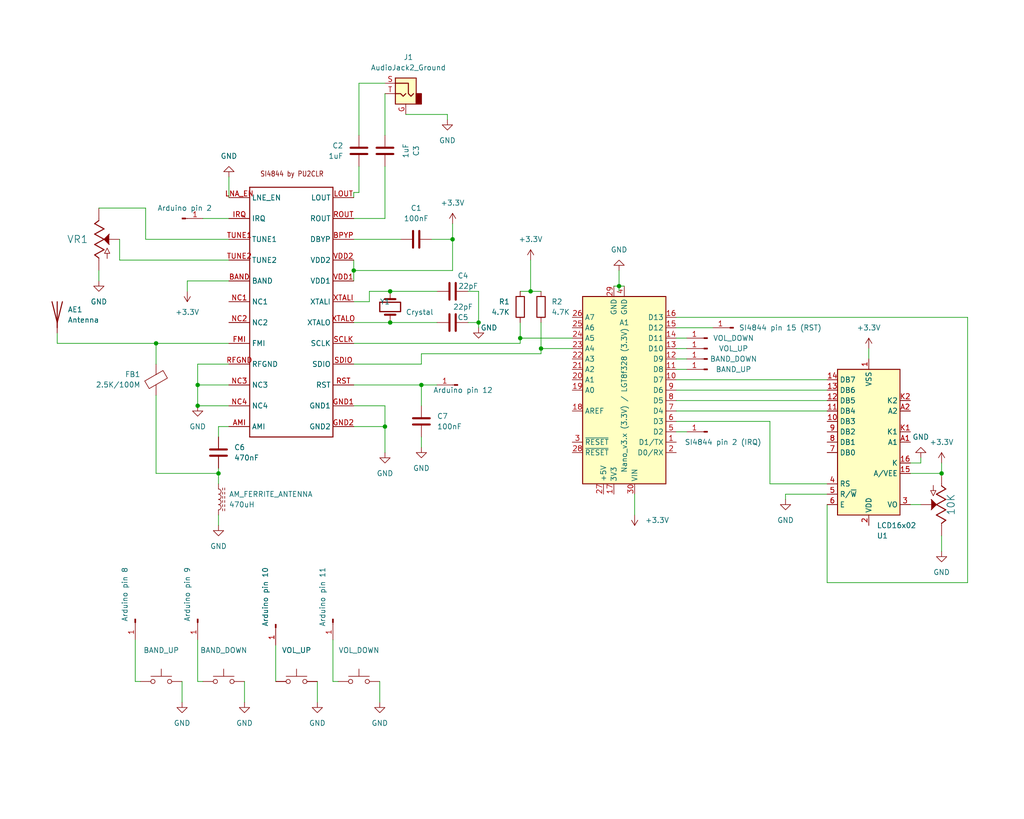
<source format=kicad_sch>
(kicad_sch (version 20230121) (generator eeschema)
  (paper "User" 250.012 200)
  (title_block (title "SI4844, LCD16x02 and Arduino Setup") (company "Ricardo Lima Caratti"))
  (lib_symbols
    (symbol "Connector:Conn_01x01_Pin" (pin_names (offset 1.016) hide)
      (property "Reference" "J" (at 0 2.54 0))
      (property "Value" "Conn_01x01_Pin" (at 0 -2.54 0))
      (symbol "Conn_01x01_Pin_1_1"
        (polyline (pts (xy 1.27 0) (xy 0.8636 0)) (stroke (width 0.1524)))
        (rectangle (start 0.8636 0.127) (end 0 -0.127) (stroke (width 0.1524)) (fill (type outline)))
        (pin passive line (at 5.08 0 180) (length 3.81) (name "Pin_1") (number "1"))
      )
    )
    (symbol "Connector_Audio:AudioJack2_Ground"
      (property "Reference" "J" (at 0 8.89 0))
      (property "Value" "AudioJack2_Ground" (at 0 6.35 0))
      (symbol "AudioJack2_Ground_0_1"
        (rectangle (start -2.54 -2.54) (end -3.81 0) (stroke (width 0.254)) (fill (type outline)))
        (polyline (pts (xy 0 0) (xy 0.635 -0.635) (xy 1.27 0) (xy 2.54 0)) (stroke (width 0.254)))
        (polyline (pts (xy 2.54 2.54) (xy -0.635 2.54) (xy -0.635 0) (xy -1.27 -0.635) (xy -1.905 0)) (stroke (width 0.254)))
        (rectangle (start 2.54 3.81) (end -2.54 -2.54) (stroke (width 0.254)) (fill (type background)))
      )
      (symbol "AudioJack2_Ground_1_1"
        (pin passive line (at 0 -5.08 90) (length 2.54) (name "~") (number "G"))
        (pin passive line (at 5.08 2.54 180) (length 2.54) (name "~") (number "S"))
        (pin passive line (at 5.08 0 180) (length 2.54) (name "~") (number "T"))
      )
    )
    (symbol "Device:Antenna" (pin_numbers hide) (pin_names (offset 1.016) hide)
      (property "Reference" "AE" (at -1.905 1.905 0))
      (property "Value" "Antenna" (at -1.905 0 0))
      (symbol "Antenna_0_1"
        (polyline (pts (xy 0 2.54) (xy 0 -3.81)) (stroke (width 0.254)))
        (polyline (pts (xy 1.27 2.54) (xy 0 -2.54) (xy -1.27 2.54)) (stroke (width 0.254)))
      )
      (symbol "Antenna_1_1"
        (pin input line (at 0 -5.08 90) (length 2.54) (name "A") (number "1"))
      )
    )
    (symbol "Device:C" (pin_numbers hide) (pin_names (offset 0.254))
      (property "Reference" "C" (at 0.635 2.54 0))
      (property "Value" "C" (at 0.635 -2.54 0))
      (symbol "C_0_1"
        (polyline (pts (xy -2.032 -0.762) (xy 2.032 -0.762)) (stroke (width 0.508)))
        (polyline (pts (xy -2.032 0.762) (xy 2.032 0.762)) (stroke (width 0.508)))
      )
      (symbol "C_1_1"
        (pin passive line (at 0 3.81 270) (length 2.794) (name "~") (number "1"))
        (pin passive line (at 0 -3.81 90) (length 2.794) (name "~") (number "2"))
      )
    )
    (symbol "Device:Crystal" (pin_numbers hide) (pin_names (offset 1.016) hide)
      (property "Reference" "Y" (at 0 3.81 0))
      (property "Value" "Crystal" (at 0 -3.81 0))
      (symbol "Crystal_0_1"
        (rectangle (start -1.143 2.54) (end 1.143 -2.54) (stroke (width 0.3048)))
        (polyline (pts (xy -2.54 0) (xy -1.905 0)))
        (polyline (pts (xy -1.905 -1.27) (xy -1.905 1.27)) (stroke (width 0.508)))
        (polyline (pts (xy 1.905 -1.27) (xy 1.905 1.27)) (stroke (width 0.508)))
        (polyline (pts (xy 2.54 0) (xy 1.905 0)))
      )
      (symbol "Crystal_1_1"
        (pin passive line (at -3.81 0 0) (length 1.27) (name "1") (number "1"))
        (pin passive line (at 3.81 0 180) (length 1.27) (name "2") (number "2"))
      )
    )
    (symbol "Device:FerriteBead" (pin_numbers hide) (pin_names (offset 0))
      (property "Reference" "FB" (at -3.81 0.635 90))
      (property "Value" "FerriteBead" (at 3.81 0 90))
      (symbol "FerriteBead_0_1"
        (polyline (pts (xy 0 -1.27) (xy 0 -1.2192)))
        (polyline (pts (xy 0 1.27) (xy 0 1.2954)))
        (polyline (pts (xy -2.7686 0.4064) (xy -1.7018 2.2606) (xy 2.7686 -0.3048) (xy 1.6764 -2.159) (xy -2.7686 0.4064)))
      )
      (symbol "FerriteBead_1_1"
        (pin passive line (at 0 3.81 270) (length 2.54) (name "~") (number "1"))
        (pin passive line (at 0 -3.81 90) (length 2.54) (name "~") (number "2"))
      )
    )
    (symbol "Device:L_Ferrite" (pin_numbers hide) (pin_names (offset 1.016) hide)
      (property "Reference" "L" (at -1.27 0 90))
      (property "Value" "L_Ferrite" (at 2.794 0 90))
      (symbol "L_Ferrite_0_1"
        (arc (start 0 -2.54) (mid 0.6323 -1.905) (end 0 -1.27))
        (arc (start 0 -1.27) (mid 0.6323 -0.635) (end 0 0))
        (polyline (pts (xy 1.016 -2.794) (xy 1.016 -2.286)))
        (polyline (pts (xy 1.016 -1.778) (xy 1.016 -1.27)))
        (polyline (pts (xy 1.016 -0.762) (xy 1.016 -0.254)))
        (polyline (pts (xy 1.016 0.254) (xy 1.016 0.762)))
        (polyline (pts (xy 1.016 1.27) (xy 1.016 1.778)))
        (polyline (pts (xy 1.016 2.286) (xy 1.016 2.794)))
        (polyline (pts (xy 1.524 -2.286) (xy 1.524 -2.794)))
        (polyline (pts (xy 1.524 -1.27) (xy 1.524 -1.778)))
        (polyline (pts (xy 1.524 -0.254) (xy 1.524 -0.762)))
        (polyline (pts (xy 1.524 0.762) (xy 1.524 0.254)))
        (polyline (pts (xy 1.524 1.778) (xy 1.524 1.27)))
        (polyline (pts (xy 1.524 2.794) (xy 1.524 2.286)))
        (arc (start 0 0) (mid 0.6323 0.635) (end 0 1.27))
        (arc (start 0 1.27) (mid 0.6323 1.905) (end 0 2.54))
      )
      (symbol "L_Ferrite_1_1"
        (pin passive line (at 0 3.81 270) (length 1.27) (name "1") (number "1"))
        (pin passive line (at 0 -3.81 90) (length 1.27) (name "2") (number "2"))
      )
    )
    (symbol "Device:R" (pin_numbers hide) (pin_names (offset 0))
      (property "Reference" "R" (at 2.032 0 90))
      (property "Value" "R" (at 0 0 90))
      (symbol "R_0_1"
        (rectangle (start -1.016 -2.54) (end 1.016 2.54) (stroke (width 0.254)))
      )
      (symbol "R_1_1"
        (pin passive line (at 0 3.81 270) (length 1.27) (name "~") (number "1"))
        (pin passive line (at 0 -3.81 90) (length 1.27) (name "~") (number "2"))
      )
    )
    (symbol "Display_Character:LCD-016N002L"
      (property "Reference" "U" (at -6.35 18.796 0))
      (property "Value" "LCD-016N002L" (at 8.636 18.796 0))
      (symbol "LCD-016N002L_1_1"
        (rectangle (start -7.62 17.78) (end 7.62 -17.78) (stroke (width 0.254)) (fill (type background)))
        (pin power_in line (at 0 -20.32 90) (length 2.54) (name "VSS") (number "1"))
        (pin bidirectional line (at -10.16 -5.08 0) (length 2.54) (name "DB3") (number "10"))
        (pin bidirectional line (at -10.16 -7.62 0) (length 2.54) (name "DB4") (number "11"))
        (pin bidirectional line (at -10.16 -10.16 0) (length 2.54) (name "DB5") (number "12"))
        (pin bidirectional line (at -10.16 -12.7 0) (length 2.54) (name "DB6") (number "13"))
        (pin bidirectional line (at -10.16 -15.24 0) (length 2.54) (name "DB7") (number "14"))
        (pin power_in line (at 10.16 7.62 180) (length 2.54) (name "A/VEE") (number "15"))
        (pin power_in line (at 10.16 5.08 180) (length 2.54) (name "K") (number "16"))
        (pin power_in line (at 0 20.32 270) (length 2.54) (name "VDD") (number "2"))
        (pin input line (at 10.16 15.24 180) (length 2.54) (name "VO") (number "3"))
        (pin input line (at -10.16 10.16 0) (length 2.54) (name "RS") (number "4"))
        (pin input line (at -10.16 12.7 0) (length 2.54) (name "R/~{W}") (number "5"))
        (pin input line (at -10.16 15.24 0) (length 2.54) (name "E") (number "6"))
        (pin bidirectional line (at -10.16 2.54 0) (length 2.54) (name "DB0") (number "7"))
        (pin bidirectional line (at -10.16 0 0) (length 2.54) (name "DB1") (number "8"))
        (pin bidirectional line (at -10.16 -2.54 0) (length 2.54) (name "DB2") (number "9"))
        (pin power_in line (at 10.16 0 180) (length 2.54) (name "A1") (number "A1"))
        (pin power_in line (at 10.16 -7.62 180) (length 2.54) (name "A2") (number "A2"))
        (pin power_in line (at 10.16 -2.54 180) (length 2.54) (name "K1") (number "K1"))
        (pin power_in line (at 10.16 -10.16 180) (length 2.54) (name "K2") (number "K2"))
      )
    )
    (symbol "MCU_Module:Arduino_Nano_v3.x"
      (property "Reference" "A" (at -10.16 23.495 0))
      (property "Value" "Arduino_Nano_v3.x" (at 5.08 -24.13 0))
      (symbol "Arduino_Nano_v3.x_0_1"
        (rectangle (start -10.16 22.86) (end 10.16 -22.86) (stroke (width 0.254)) (fill (type background)))
      )
      (symbol "Arduino_Nano_v3.x_1_1"
        (pin bidirectional line (at -12.7 12.7 0) (length 2.54) (name "D1/TX") (number "1"))
        (pin bidirectional line (at -12.7 -2.54 0) (length 2.54) (name "D7") (number "10"))
        (pin bidirectional line (at -12.7 -5.08 0) (length 2.54) (name "D8") (number "11"))
        (pin bidirectional line (at -12.7 -7.62 0) (length 2.54) (name "D9") (number "12"))
        (pin bidirectional line (at -12.7 -10.16 0) (length 2.54) (name "D10") (number "13"))
        (pin bidirectional line (at -12.7 -12.7 0) (length 2.54) (name "D11") (number "14"))
        (pin bidirectional line (at -12.7 -15.24 0) (length 2.54) (name "D12") (number "15"))
        (pin bidirectional line (at -12.7 -17.78 0) (length 2.54) (name "D13") (number "16"))
        (pin power_out line (at 2.54 25.4 270) (length 2.54) (name "3V3") (number "17"))
        (pin input line (at 12.7 5.08 180) (length 2.54) (name "AREF") (number "18"))
        (pin bidirectional line (at 12.7 0 180) (length 2.54) (name "A0") (number "19"))
        (pin bidirectional line (at -12.7 15.24 0) (length 2.54) (name "D0/RX") (number "2"))
        (pin bidirectional line (at 12.7 -2.54 180) (length 2.54) (name "A1") (number "20"))
        (pin bidirectional line (at 12.7 -5.08 180) (length 2.54) (name "A2") (number "21"))
        (pin bidirectional line (at 12.7 -7.62 180) (length 2.54) (name "A3") (number "22"))
        (pin bidirectional line (at 12.7 -10.16 180) (length 2.54) (name "A4") (number "23"))
        (pin bidirectional line (at 12.7 -12.7 180) (length 2.54) (name "A5") (number "24"))
        (pin bidirectional line (at 12.7 -15.24 180) (length 2.54) (name "A6") (number "25"))
        (pin bidirectional line (at 12.7 -17.78 180) (length 2.54) (name "A7") (number "26"))
        (pin power_out line (at 5.08 25.4 270) (length 2.54) (name "+5V") (number "27"))
        (pin input line (at 12.7 15.24 180) (length 2.54) (name "~{RESET}") (number "28"))
        (pin power_in line (at 2.54 -25.4 90) (length 2.54) (name "GND") (number "29"))
        (pin input line (at 12.7 12.7 180) (length 2.54) (name "~{RESET}") (number "3"))
        (pin power_in line (at -2.54 25.4 270) (length 2.54) (name "VIN") (number "30"))
        (pin power_in line (at 0 -25.4 90) (length 2.54) (name "GND") (number "4"))
        (pin bidirectional line (at -12.7 10.16 0) (length 2.54) (name "D2") (number "5"))
        (pin bidirectional line (at -12.7 7.62 0) (length 2.54) (name "D3") (number "6"))
        (pin bidirectional line (at -12.7 5.08 0) (length 2.54) (name "D4") (number "7"))
        (pin bidirectional line (at -12.7 2.54 0) (length 2.54) (name "D5") (number "8"))
        (pin bidirectional line (at -12.7 0 0) (length 2.54) (name "D6") (number "9"))
      )
    )
    (symbol "SI4844:POTENTIOMETER-PTH-9MM-1/20W-20%"
      (property "Reference" "VR" (at 3.048 -0.254 90))
      (symbol "POTENTIOMETER-PTH-9MM-1/20W-20%_1_0"
        (polyline (pts (xy -1.016 -3.81) (xy 1.27 -2.54)) (stroke (width 0.254)))
        (polyline (pts (xy -1.016 -1.27) (xy 1.27 0)) (stroke (width 0.254)))
        (polyline (pts (xy -1.016 1.27) (xy 1.27 2.54)) (stroke (width 0.254)))
        (polyline (pts (xy -1.016 3.81) (xy 0 4.572)) (stroke (width 0.254)))
        (polyline (pts (xy 0 -5.08) (xy 0 -4.572)) (stroke (width 0.1524)))
        (polyline (pts (xy 0 -4.572) (xy -1.016 -3.81)) (stroke (width 0.254)))
        (polyline (pts (xy 0 4.572) (xy 0 5.08)) (stroke (width 0.1524)))
        (polyline (pts (xy 1.27 -2.54) (xy -1.016 -1.27)) (stroke (width 0.254)))
        (polyline (pts (xy 1.27 0) (xy -1.016 1.27)) (stroke (width 0.254)))
        (polyline (pts (xy 1.27 2.54) (xy -1.016 3.81)) (stroke (width 0.254)))
        (polyline (pts (xy 1.397 -3.429) (xy 2.032 -2.159)) (stroke (width 0.1524)))
        (polyline (pts (xy 2.032 -4.699) (xy 2.032 -3.429)) (stroke (width 0.1524)))
        (polyline (pts (xy 2.032 -3.429) (xy 1.397 -3.429)) (stroke (width 0.1524)))
        (polyline (pts (xy 2.032 -2.159) (xy 2.667 -3.429)) (stroke (width 0.1524)))
        (polyline (pts (xy 2.667 -3.429) (xy 2.032 -3.429)) (stroke (width 0.1524)))
        (polyline (pts (xy 2.54 -1.27) (xy 1.27 0) (xy 2.54 1.27)) (stroke (width 0.2032)) (fill (type outline)))
        (pin passive line (at 0 7.62 270) (length 2.54) (name "E") (number "P$1"))
        (pin passive line (at 5.08 0 180) (length 2.54) (name "S") (number "P$2"))
        (pin passive line (at 0 -7.62 90) (length 2.54) (name "A") (number "P$3"))
      )
    )
    (symbol "SI4844:SI4844"
      (symbol "SI4844_1_0"
        (polyline (pts (xy -17.78 -30.48) (xy 2.54 -30.48)) (stroke (width 0.254)))
        (polyline (pts (xy -17.78 30.48) (xy -17.78 -30.48)) (stroke (width 0.254)))
        (polyline (pts (xy 2.54 -30.48) (xy 2.54 30.48)) (stroke (width 0.254)))
        (polyline (pts (xy 2.54 30.48) (xy -17.78 30.48)) (stroke (width 0.254)))
        (text "SI4844 by PU2CLR" (at -15.24 33.02 0) (effects (font (size 1.27 1.0795)) (justify left bottom)))
        (pin bidirectional line (at -22.86 -27.94 0) (length 5.08) (name "AMI") (number "AMI"))
        (pin bidirectional line (at -22.86 7.62 0) (length 5.08) (name "BAND") (number "BAND"))
        (pin bidirectional line (at 7.62 17.78 180) (length 5.08) (name "DBYP") (number "BPYP"))
        (pin bidirectional line (at -22.86 -7.62 0) (length 5.08) (name "FMI") (number "FMI"))
        (pin bidirectional line (at 7.62 -22.86 180) (length 5.08) (name "GND1") (number "GND1"))
        (pin bidirectional line (at 7.62 -27.94 180) (length 5.08) (name "GND2") (number "GND2"))
        (pin bidirectional line (at -22.86 22.86 0) (length 5.08) (name "IRQ") (number "IRQ"))
        (pin bidirectional line (at -22.86 27.94 0) (length 5.08) (name "LNE_EN") (number "LNA_EN"))
        (pin bidirectional line (at 7.62 27.94 180) (length 5.08) (name "LOUT") (number "LOUT"))
        (pin bidirectional line (at -22.86 2.54 0) (length 5.08) (name "NC1") (number "NC1"))
        (pin bidirectional line (at -22.86 -2.54 0) (length 5.08) (name "NC2") (number "NC2"))
        (pin bidirectional line (at -22.86 -17.78 0) (length 5.08) (name "NC3") (number "NC3"))
        (pin bidirectional line (at -22.86 -22.86 0) (length 5.08) (name "NC4") (number "NC4"))
        (pin bidirectional line (at -22.86 -12.7 0) (length 5.08) (name "RFGND") (number "RFGND"))
        (pin bidirectional line (at 7.62 22.86 180) (length 5.08) (name "ROUT") (number "ROUT"))
        (pin bidirectional line (at 7.62 -17.78 180) (length 5.08) (name "RST") (number "RST"))
        (pin bidirectional line (at 7.62 -7.62 180) (length 5.08) (name "SCLK") (number "SCLK"))
        (pin bidirectional line (at 7.62 -12.7 180) (length 5.08) (name "SDIO") (number "SDIO"))
        (pin bidirectional line (at -22.86 17.78 0) (length 5.08) (name "TUNE1") (number "TUNE1"))
        (pin bidirectional line (at -22.86 12.7 0) (length 5.08) (name "TUNE2") (number "TUNE2"))
        (pin bidirectional line (at 7.62 7.62 180) (length 5.08) (name "VDD1") (number "VDD1"))
        (pin bidirectional line (at 7.62 12.7 180) (length 5.08) (name "VDD2") (number "VDD2"))
        (pin bidirectional line (at 7.62 2.54 180) (length 5.08) (name "XTALI") (number "XTALI"))
        (pin bidirectional line (at 7.62 -2.54 180) (length 5.08) (name "XTALO") (number "XTALO"))
      )
    )
    (symbol "Switch:SW_Push" (pin_numbers hide) (pin_names (offset 1.016) hide)
      (property "Reference" "SW" (at 1.27 2.54 0))
      (property "Value" "SW_Push" (at 0 -1.524 0))
      (symbol "SW_Push_0_1"
        (circle (center -2.032 0) (radius 0.508))
        (polyline (pts (xy 0 1.27) (xy 0 3.048)))
        (polyline (pts (xy 2.54 1.27) (xy -2.54 1.27)))
        (circle (center 2.032 0) (radius 0.508))
        (pin passive line (at -5.08 0 0) (length 2.54) (name "1") (number "1"))
        (pin passive line (at 5.08 0 180) (length 2.54) (name "2") (number "2"))
      )
    )
    (symbol "power:+3.3V" (power) (pin_names (offset 0))
      (property "Value" "+3.3V" (at 0 3.556 0))
      (symbol "+3.3V_0_1"
        (polyline (pts (xy -0.762 1.27) (xy 0 2.54)))
        (polyline (pts (xy 0 0) (xy 0 2.54)))
        (polyline (pts (xy 0 2.54) (xy 0.762 1.27)))
      )
      (symbol "+3.3V_1_1"
        (pin power_in line (at 0 0 90) (length 0) hide (name "+3.3V") (number "1"))
      )
    )
    (symbol "power:GND" (power) (pin_names (offset 0))
      (property "Value" "GND" (at 0 -3.81 0))
      (symbol "GND_0_1"
        (polyline (pts (xy 0 0) (xy 0 -1.27) (xy 1.27 -1.27) (xy 0 -2.54) (xy -1.27 -1.27) (xy 0 -1.27)))
      )
      (symbol "GND_1_1"
        (pin power_in line (at 0 0 270) (length 0) hide (name "GND") (number "1"))
      )
    )
  )
  (junction (at 151.13 69.85))
  (junction (at 132.08 85.09))
  (junction (at 116.84 78.74))
  (junction (at 127 82.55))
  (junction (at 102.87 93.98))
  (junction (at 129.54 71.12))
  (junction (at 93.98 104.14))
  (junction (at 48.26 93.98))
  (junction (at 86.36 66.04))
  (junction (at 95.25 78.74))
  (junction (at 53.34 115.57))
  (junction (at 48.26 99.06))
  (junction (at 95.25 71.12))
  (junction (at 38.1 83.82))
  (junction (at 229.87 115.57))
  (junction (at 110.49 58.42))
  (wire (pts (xy 102.87 106.68) (xy 102.87 109.22)))
  (wire (pts (xy 13.97 83.82) (xy 38.1 83.82)))
  (wire (pts (xy 86.36 66.04) (xy 110.49 66.04)))
  (wire (pts (xy 86.36 99.06) (xy 93.98 99.06)))
  (wire (pts (xy 201.93 142.24) (xy 201.93 123.19)))
  (wire (pts (xy 222.25 123.19) (xy 224.79 123.19)))
  (wire (pts (xy 165.1 90.17) (xy 167.64 90.17)))
  (wire (pts (xy 229.87 130.81) (xy 229.87 134.62)))
  (wire (pts (xy 48.26 166.37) (xy 48.26 156.21)))
  (wire (pts (xy 127 71.12) (xy 129.54 71.12)))
  (wire (pts (xy 86.36 53.34) (xy 93.98 53.34)))
  (wire (pts (xy 116.84 71.12) (xy 116.84 78.74)))
  (wire (pts (xy 229.87 113.03) (xy 229.87 115.57)))
  (wire (pts (xy 44.45 166.37) (xy 44.45 171.45)))
  (wire (pts (xy 48.26 99.06) (xy 55.88 99.06)))
  (wire (pts (xy 165.1 82.55) (xy 167.64 82.55)))
  (wire (pts (xy 236.22 142.24) (xy 201.93 142.24)))
  (wire (pts (xy 86.36 58.42) (xy 97.79 58.42)))
  (wire (pts (xy 86.36 78.74) (xy 95.25 78.74)))
  (wire (pts (xy 99.06 27.94) (xy 109.22 27.94)))
  (wire (pts (xy 132.08 78.74) (xy 132.08 85.09)))
  (wire (pts (xy 55.88 43.18) (xy 55.88 48.26)))
  (wire (pts (xy 187.96 118.11) (xy 201.93 118.11)))
  (wire (pts (xy 127 78.74) (xy 127 82.55)))
  (wire (pts (xy 114.3 78.74) (xy 116.84 78.74)))
  (wire (pts (xy 212.09 85.09) (xy 212.09 87.63)))
  (wire (pts (xy 86.36 63.5) (xy 86.36 66.04)))
  (wire (pts (xy 110.49 54.61) (xy 110.49 58.42)))
  (wire (pts (xy 222.25 115.57) (xy 229.87 115.57)))
  (wire (pts (xy 55.88 68.58) (xy 45.72 68.58)))
  (wire (pts (xy 86.36 83.82) (xy 127 83.82)))
  (wire (pts (xy 48.26 93.98) (xy 48.26 99.06)))
  (wire (pts (xy 165.1 105.41) (xy 167.64 105.41)))
  (wire (pts (xy 45.72 68.58) (xy 45.72 71.12)))
  (wire (pts (xy 93.98 104.14) (xy 93.98 110.49)))
  (wire (pts (xy 151.13 69.85) (xy 152.4 69.85)))
  (wire (pts (xy 90.17 71.12) (xy 95.25 71.12)))
  (wire (pts (xy 102.87 86.36) (xy 132.08 86.36)))
  (wire (pts (xy 165.1 102.87) (xy 187.96 102.87)))
  (wire (pts (xy 87.63 20.32) (xy 93.98 20.32)))
  (wire (pts (xy 86.36 93.98) (xy 102.87 93.98)))
  (wire (pts (xy 93.98 22.86) (xy 93.98 33.02)))
  (wire (pts (xy 24.13 50.8) (xy 35.56 50.8)))
  (wire (pts (xy 151.13 66.04) (xy 151.13 69.85)))
  (wire (pts (xy 132.08 85.09) (xy 132.08 86.36)))
  (wire (pts (xy 165.1 87.63) (xy 167.64 87.63)))
  (wire (pts (xy 86.36 104.14) (xy 93.98 104.14)))
  (wire (pts (xy 129.54 71.12) (xy 132.08 71.12)))
  (wire (pts (xy 224.79 111.76) (xy 224.79 113.03)))
  (wire (pts (xy 165.1 97.79) (xy 201.93 97.79)))
  (wire (pts (xy 38.1 83.82) (xy 55.88 83.82)))
  (wire (pts (xy 165.1 95.25) (xy 201.93 95.25)))
  (wire (pts (xy 29.21 58.42) (xy 29.21 63.5)))
  (wire (pts (xy 92.71 166.37) (xy 92.71 171.45)))
  (wire (pts (xy 102.87 93.98) (xy 102.87 99.06)))
  (wire (pts (xy 49.53 53.34) (xy 55.88 53.34)))
  (wire (pts (xy 222.25 113.03) (xy 224.79 113.03)))
  (wire (pts (xy 93.98 40.64) (xy 93.98 53.34)))
  (wire (pts (xy 86.36 48.26) (xy 86.36 46.99)))
  (wire (pts (xy 38.1 96.52) (xy 38.1 115.57)))
  (wire (pts (xy 109.22 27.94) (xy 109.22 29.21)))
  (wire (pts (xy 110.49 58.42) (xy 110.49 66.04)))
  (wire (pts (xy 114.3 71.12) (xy 116.84 71.12)))
  (wire (pts (xy 48.26 88.9) (xy 48.26 93.98)))
  (wire (pts (xy 86.36 66.04) (xy 86.36 68.58)))
  (wire (pts (xy 35.56 58.42) (xy 55.88 58.42)))
  (wire (pts (xy 165.1 80.01) (xy 173.99 80.01)))
  (wire (pts (xy 165.1 85.09) (xy 167.64 85.09)))
  (wire (pts (xy 90.17 73.66) (xy 90.17 71.12)))
  (wire (pts (xy 38.1 115.57) (xy 53.34 115.57)))
  (wire (pts (xy 87.63 46.99) (xy 87.63 40.64)))
  (wire (pts (xy 236.22 77.47) (xy 236.22 142.24)))
  (wire (pts (xy 82.55 166.37) (xy 81.28 166.37)))
  (wire (pts (xy 132.08 85.09) (xy 139.7 85.09)))
  (wire (pts (xy 86.36 73.66) (xy 90.17 73.66)))
  (wire (pts (xy 77.47 166.37) (xy 77.47 171.45)))
  (wire (pts (xy 86.36 88.9) (xy 102.87 88.9)))
  (wire (pts (xy 191.77 120.65) (xy 191.77 121.92)))
  (wire (pts (xy 34.29 166.37) (xy 33.02 166.37)))
  (wire (pts (xy 86.36 46.99) (xy 87.63 46.99)))
  (wire (pts (xy 29.21 63.5) (xy 55.88 63.5)))
  (wire (pts (xy 116.84 78.74) (xy 116.84 80.01)))
  (wire (pts (xy 149.86 69.85) (xy 151.13 69.85)))
  (wire (pts (xy 102.87 88.9) (xy 102.87 86.36)))
  (wire (pts (xy 53.34 114.3) (xy 53.34 115.57)))
  (wire (pts (xy 129.54 63.5) (xy 129.54 71.12)))
  (wire (pts (xy 59.69 166.37) (xy 59.69 171.45)))
  (wire (pts (xy 127 82.55) (xy 127 83.82)))
  (wire (pts (xy 33.02 166.37) (xy 33.02 156.21)))
  (wire (pts (xy 53.34 104.14) (xy 53.34 106.68)))
  (wire (pts (xy 55.88 104.14) (xy 53.34 104.14)))
  (wire (pts (xy 35.56 50.8) (xy 35.56 58.42)))
  (wire (pts (xy 165.1 100.33) (xy 201.93 100.33)))
  (wire (pts (xy 24.13 66.04) (xy 24.13 68.58)))
  (wire (pts (xy 81.28 166.37) (xy 81.28 156.21)))
  (wire (pts (xy 95.25 78.74) (xy 106.68 78.74)))
  (wire (pts (xy 38.1 88.9) (xy 38.1 83.82)))
  (wire (pts (xy 187.96 102.87) (xy 187.96 118.11)))
  (wire (pts (xy 87.63 33.02) (xy 87.63 20.32)))
  (wire (pts (xy 165.1 92.71) (xy 201.93 92.71)))
  (wire (pts (xy 53.34 125.73) (xy 53.34 128.27)))
  (wire (pts (xy 154.94 120.65) (xy 154.94 125.73)))
  (wire (pts (xy 13.97 81.28) (xy 13.97 83.82)))
  (wire (pts (xy 95.25 71.12) (xy 106.68 71.12)))
  (wire (pts (xy 201.93 120.65) (xy 191.77 120.65)))
  (wire (pts (xy 105.41 58.42) (xy 110.49 58.42)))
  (wire (pts (xy 127 82.55) (xy 139.7 82.55)))
  (wire (pts (xy 53.34 115.57) (xy 53.34 118.11)))
  (wire (pts (xy 93.98 99.06) (xy 93.98 104.14)))
  (wire (pts (xy 49.53 166.37) (xy 48.26 166.37)))
  (wire (pts (xy 165.1 77.47) (xy 236.22 77.47)))
  (wire (pts (xy 55.88 88.9) (xy 48.26 88.9)))
  (wire (pts (xy 55.88 93.98) (xy 48.26 93.98)))
  (wire (pts (xy 67.31 157.48) (xy 67.31 166.37)))
  (wire (pts (xy 102.87 93.98) (xy 106.68 93.98)))
  (wire (pts (xy 151.13 69.85) (xy 151.13 71.12)))
  (symbol (lib_id "power:+3.3V") (at 154.94 125.73 180) (unit 1)
    (property "Reference" "#PWR013" (effects hide))
    (property "Value" "+3.3V" (at 157.48 127 0) (effects (justify right)))
  )
  (symbol (lib_id "Device:C") (at 93.98 36.83 0) (mirror y) (unit 1)
    (property "Reference" "C3" (at 101.6 36.83 90))
    (property "Value" "1uF" (at 99.06 36.83 90))
  )
  (symbol (lib_id "SI4844:POTENTIOMETER-PTH-9MM-1/20W-20%") (at 229.87 123.19 180) (unit 1)
    (property "Reference" "VR2" (effects hide))
    (property "Value" "10K" (at 231.14 123.19 90) (effects (font (size 1.778 1.778)) (justify bottom)))
    (property "Footprint" "SI4844_01:POT-PTH-ALPS" (effects hide))
  )
  (symbol (lib_id "Connector:Conn_01x01_Pin") (at 81.28 151.13 270) (unit 1)
    (property "Reference" "J13" (effects hide))
    (property "Value" "Arduino pin 11" (at 78.74 138.43 0) (effects (justify left)))
  )
  (symbol (lib_id "SI4844:POTENTIOMETER-PTH-9MM-1/20W-20%") (at 24.13 58.42 0) (unit 1)
    (property "Reference" "VR1" (at 21.59 58.42 0) (effects (font (size 1.778 1.778)) (justify right)))
    (property "Footprint" "SI4844_01:POT-PTH-ALPS" (effects hide))
  )
  (symbol (lib_id "Switch:SW_Push") (at 72.39 166.37 0) (unit 1)
    (property "Reference" "VOL_UP" (at 72.39 158.75 0))
  )
  (symbol (lib_id "power:GND") (at 102.87 109.22 0) (unit 1)
    (property "Reference" "#PWR011" (effects hide))
    (property "Value" "GND" (at 102.87 114.3 0))
  )
  (symbol (lib_id "power:GND") (at 109.22 29.21 0) (unit 1)
    (property "Reference" "#PWR05" (effects hide))
    (property "Value" "GND" (at 109.22 34.29 0))
  )
  (symbol (lib_id "Connector_Audio:AudioJack2_Ground") (at 99.06 22.86 0) (mirror y) (unit 1)
    (property "Reference" "J1" (at 99.695 13.97 0))
    (property "Value" "AudioJack2_Ground" (at 99.695 16.51 0))
  )
  (symbol (lib_id "Device:C") (at 110.49 71.12 270) (unit 1)
    (property "Reference" "C4" (at 113.03 67.31 90))
    (property "Value" "22pF" (at 114.3 69.85 90))
  )
  (symbol (lib_id "Device:FerriteBead") (at 38.1 92.71 0) (mirror y) (unit 1)
    (property "Reference" "FB1" (at 34.29 91.3892 0) (effects (justify left)))
    (property "Value" "2.5K/100M" (at 34.29 93.9292 0) (effects (justify left)))
  )
  (symbol (lib_id "power:GND") (at 151.13 66.04 180) (unit 1)
    (property "Reference" "#PWR04" (effects hide))
    (property "Value" "GND" (at 151.13 60.96 0))
  )
  (symbol (lib_id "power:GND") (at 59.69 171.45 0) (unit 1)
    (property "Reference" "#PWR020" (effects hide))
    (property "Value" "GND" (at 59.69 176.53 0))
  )
  (symbol (lib_id "power:GND") (at 24.13 68.58 0) (unit 1)
    (property "Reference" "#PWR010" (effects hide))
    (property "Value" "GND" (at 24.13 73.66 0))
  )
  (symbol (lib_id "power:GND") (at 224.79 111.76 180) (unit 1)
    (property "Reference" "#PWR018" (effects hide))
    (property "Value" "GND" (at 224.79 106.68 0))
  )
  (symbol (lib_id "MCU_Module:Arduino_Nano_v3.x") (at 152.4 95.25 180) (unit 1)
    (property "Reference" "A1" (at 153.67 78.74 0) (effects (justify left)))
    (property "Value" "Nano_v3.x (3.3V) / LGT8f328 (3.3V)" (at 152.4 80.01 90) (effects (justify left)))
    (property "Footprint" "Module:Arduino_Nano" (effects hide))
    (property "Datasheet" "http://www.mouser.com/pdfdocs/Gravitech_Arduino_Nano3_0.pdf" (effects hide))
  )
  (symbol (lib_id "Device:L_Ferrite") (at 53.34 121.92 0) (unit 1)
    (property "Reference" "AM_FERRITE_ANTENNA" (at 55.88 120.65 0) (effects (justify left)))
    (property "Value" "470uH" (at 55.88 123.19 0) (effects (justify left)))
  )
  (symbol (lib_id "Switch:SW_Push") (at 87.63 166.37 0) (unit 1)
    (property "Reference" "VOL_DOWN" (at 87.63 158.75 0))
  )
  (symbol (lib_id "Device:C") (at 87.63 36.83 0) (mirror y) (unit 1)
    (property "Reference" "C2" (at 83.82 35.56 0) (effects (justify left)))
    (property "Value" "1uF" (at 83.82 38.1 0) (effects (justify left)))
  )
  (symbol (lib_id "SI4844:SI4844") (at 78.74 76.2 0) (unit 1)
    (property "Reference" "SI1" (effects hide))
    (property "Footprint" "SI4844_01:SSOP24" (effects hide))
  )
  (symbol (lib_id "Device:R") (at 132.08 74.93 0) (unit 1)
    (property "Reference" "R2" (at 134.62 73.66 0) (effects (justify left)))
    (property "Value" "4.7K" (at 134.62 76.2 0) (effects (justify left)))
  )
  (symbol (lib_id "power:GND") (at 55.88 43.18 180) (unit 1)
    (property "Reference" "#PWR08" (effects hide))
    (property "Value" "GND" (at 55.88 38.1 0))
  )
  (symbol (lib_id "power:+3.3V") (at 110.49 54.61 0) (unit 1)
    (property "Reference" "#PWR01" (effects hide))
    (property "Value" "+3.3V" (at 110.49 49.53 0))
  )
  (symbol (lib_id "Connector:Conn_01x01_Pin") (at 172.72 82.55 180) (unit 1)
    (property "Reference" "J9" (effects hide))
    (property "Value" "VOL_DOWN" (at 179.07 82.55 0))
  )
  (symbol (lib_id "power:GND") (at 116.84 80.01 0) (unit 1)
    (property "Reference" "#PWR02" (effects hide))
    (property "Value" "GND" (at 119.38 80.01 0))
  )
  (symbol (lib_id "Connector:Conn_01x01_Pin") (at 111.76 93.98 180) (unit 1)
    (property "Reference" "J4" (effects hide))
    (property "Value" "Arduino pin 12" (at 113.03 95.25 0))
  )
  (symbol (lib_id "Connector:Conn_01x01_Pin") (at 172.72 105.41 180) (unit 1)
    (property "Reference" "J3" (effects hide))
    (property "Value" "SI4844 pin 2 (IRQ)" (at 176.53 107.95 0))
  )
  (symbol (lib_id "power:GND") (at 191.77 121.92 0) (unit 1)
    (property "Reference" "#PWR014" (effects hide))
    (property "Value" "GND" (at 191.77 127 0))
  )
  (symbol (lib_id "Connector:Conn_01x01_Pin") (at 172.72 87.63 180) (unit 1)
    (property "Reference" "J7" (effects hide))
    (property "Value" "BAND_DOWN" (at 179.07 87.63 0))
  )
  (symbol (lib_id "Connector:Conn_01x01_Pin") (at 48.26 151.13 270) (unit 1)
    (property "Reference" "J11" (effects hide))
    (property "Value" "Arduino pin 9" (at 45.72 138.43 0) (effects (justify left)))
  )
  (symbol (lib_id "Device:R") (at 127 74.93 0) (mirror y) (unit 1)
    (property "Reference" "R1" (at 124.46 73.66 0) (effects (justify left)))
    (property "Value" "4.7K" (at 124.46 76.2 0) (effects (justify left)))
  )
  (symbol (lib_id "Connector:Conn_01x01_Pin") (at 172.72 85.09 180) (unit 1)
    (property "Reference" "J8" (effects hide))
    (property "Value" "VOL_UP" (at 179.07 85.09 0))
  )
  (symbol (lib_id "power:GND") (at 44.45 171.45 0) (unit 1)
    (property "Reference" "#PWR019" (effects hide))
    (property "Value" "GND" (at 44.45 176.53 0))
  )
  (symbol (lib_id "power:GND") (at 93.98 110.49 0) (unit 1)
    (property "Reference" "#PWR03" (effects hide))
    (property "Value" "GND" (at 93.98 115.57 0))
  )
  (symbol (lib_id "power:+3.3V") (at 212.09 85.09 0) (unit 1)
    (property "Reference" "#PWR015" (effects hide))
    (property "Value" "+3.3V" (at 212.09 80.01 0))
  )
  (symbol (lib_id "Switch:SW_Push") (at 39.37 166.37 0) (unit 1)
    (property "Reference" "BAND_UP" (at 39.37 158.75 0))
  )
  (symbol (lib_id "power:GND") (at 229.87 134.62 0) (unit 1)
    (property "Reference" "#PWR017" (effects hide))
    (property "Value" "GND" (at 229.87 139.7 0))
  )
  (symbol (lib_id "Device:C") (at 101.6 58.42 270) (unit 1)
    (property "Reference" "C1" (at 101.6 50.8 90))
    (property "Value" "100nF" (at 101.6 53.34 90))
  )
  (symbol (lib_id "power:GND") (at 48.26 99.06 0) (unit 1)
    (property "Reference" "#PWR07" (effects hide))
    (property "Value" "GND" (at 48.26 104.14 0))
  )
  (symbol (lib_id "Device:C") (at 102.87 102.87 0) (unit 1)
    (property "Reference" "C7" (at 106.68 101.6 0) (effects (justify left)))
    (property "Value" "100nF" (at 106.68 104.14 0) (effects (justify left)))
  )
  (symbol (lib_id "Connector:Conn_01x01_Pin") (at 172.72 90.17 180) (unit 1)
    (property "Reference" "J6" (effects hide))
    (property "Value" "BAND_UP" (at 179.07 90.17 0))
  )
  (symbol (lib_id "Connector:Conn_01x01_Pin") (at 67.31 152.4 270) (unit 1)
    (property "Reference" "J12" (effects hide))
    (property "Value" "Arduino pin 10" (at 64.77 138.43 0) (effects (justify left)))
  )
  (symbol (lib_id "Device:Antenna") (at 13.97 76.2 0) (unit 1)
    (property "Reference" "AE1" (at 16.51 75.565 0) (effects (justify left)))
    (property "Value" "Antenna" (at 16.51 78.105 0) (effects (justify left)))
  )
  (symbol (lib_id "power:+3.3V") (at 129.54 63.5 0) (unit 1)
    (property "Reference" "#PWR012" (effects hide))
    (property "Value" "+3.3V" (at 129.54 58.42 0))
  )
  (symbol (lib_id "power:GND") (at 53.34 128.27 0) (unit 1)
    (property "Reference" "#PWR06" (effects hide))
    (property "Value" "GND" (at 53.34 133.35 0))
  )
  (symbol (lib_id "Display_Character:LCD-016N002L") (at 212.09 107.95 0) (mirror x) (unit 1)
    (property "Reference" "U1" (at 214.0459 130.81 0) (effects (justify left)))
    (property "Value" "LCD16x02" (at 214.0459 128.27 0) (effects (justify left)))
    (property "Footprint" "Display:LCD-016N002L" (effects hide))
    (property "Datasheet" "http://www.vishay.com/docs/37299/37299.pdf" (effects hide))
  )
  (symbol (lib_id "Device:C") (at 53.34 110.49 0) (unit 1)
    (property "Reference" "C6" (at 57.15 109.22 0) (effects (justify left)))
    (property "Value" "470nF" (at 57.15 111.76 0) (effects (justify left)))
  )
  (symbol (lib_id "power:+3.3V") (at 45.72 71.12 180) (unit 1)
    (property "Reference" "#PWR09" (effects hide))
    (property "Value" "+3.3V" (at 45.72 76.2 0))
  )
  (symbol (lib_id "Device:Crystal") (at 95.25 74.93 270) (unit 1)
    (property "Reference" "Y1" (at 92.71 73.66 90) (effects (justify left)))
    (property "Value" "Crystal" (at 99.06 76.2 90) (effects (justify left)))
  )
  (symbol (lib_id "Connector:Conn_01x01_Pin") (at 179.07 80.01 180) (unit 1)
    (property "Reference" "J5" (effects hide))
    (property "Value" "SI4844 pin 15 (RST)" (at 190.5 80.01 0))
  )
  (symbol (lib_id "Switch:SW_Push") (at 54.61 166.37 0) (unit 1)
    (property "Reference" "BAND_DOWN" (at 54.61 158.75 0))
  )
  (symbol (lib_id "power:GND") (at 92.71 171.45 0) (unit 1)
    (property "Reference" "#PWR022" (effects hide))
    (property "Value" "GND" (at 92.71 176.53 0))
  )
  (symbol (lib_id "power:GND") (at 77.47 171.45 0) (unit 1)
    (property "Reference" "#PWR021" (effects hide))
    (property "Value" "GND" (at 77.47 176.53 0))
  )
  (symbol (lib_id "Connector:Conn_01x01_Pin") (at 33.02 151.13 270) (unit 1)
    (property "Reference" "J10" (effects hide))
    (property "Value" "Arduino pin 8" (at 30.48 138.43 0) (effects (justify left)))
  )
  (symbol (lib_id "Connector:Conn_01x01_Pin") (at 44.45 53.34 0) (unit 1)
    (property "Reference" "J2" (effects hide))
    (property "Value" "Arduino pin 2" (at 45.085 50.8 0))
  )
  (symbol (lib_id "Device:C") (at 110.49 78.74 270) (mirror x) (unit 1)
    (property "Reference" "C5" (at 113.03 77.47 90))
    (property "Value" "22pF" (at 113.03 74.93 90))
  )
  (symbol (lib_id "power:+3.3V") (at 229.87 113.03 0) (unit 1)
    (property "Reference" "#PWR016" (effects hide))
    (property "Value" "+3.3V" (at 229.87 107.95 0))
  )
)
</source>
